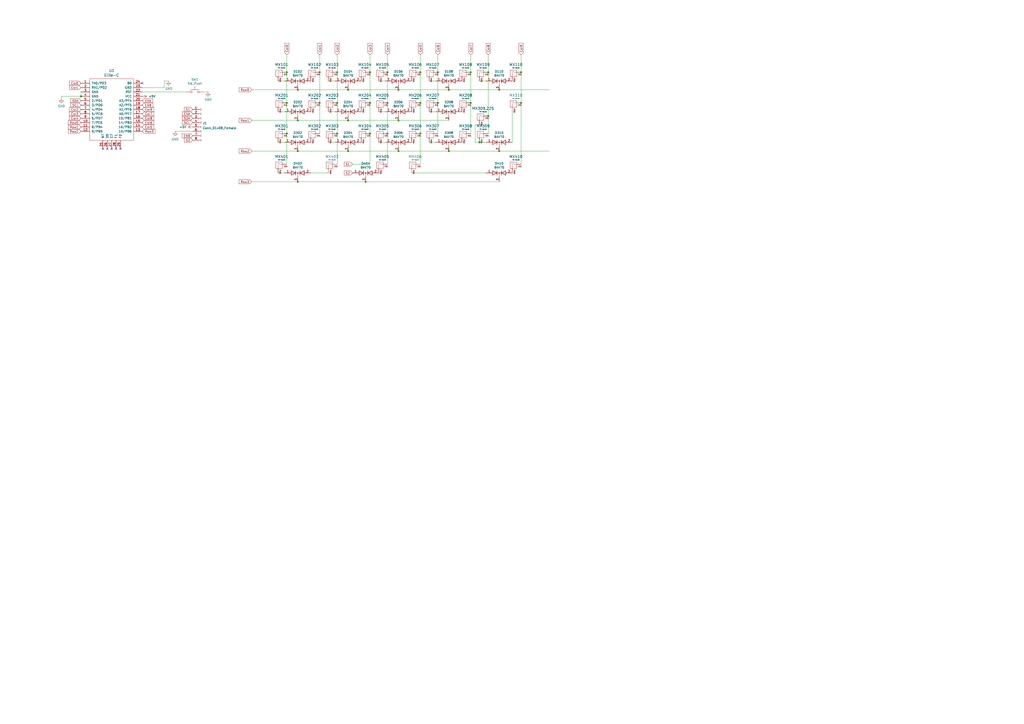
<source format=kicad_sch>
(kicad_sch (version 20211123) (generator eeschema)
  (paper "A2")
  (title_block (title "Sketchy Sketchy PCB") (date "2022-02-04") (rev "1") (company "dcpedit"))
  (lib_symbols
    (symbol "Connector:Conn_01x08_Female" (pin_names (offset 1.016) hide)
      (property "Reference" "J" (at 0 10.16 0))
      (property "Value" "Conn_01x08_Female" (at 0 -12.7 0))
      (symbol "Conn_01x08_Female_1_1"
        (arc (start 0 -9.652) (mid -0.508 -10.16) (end 0 -10.668) (stroke (width 0.1524)))
        (arc (start 0 -7.112) (mid -0.508 -7.62) (end 0 -8.128) (stroke (width 0.1524)))
        (arc (start 0 -4.572) (mid -0.508 -5.08) (end 0 -5.588) (stroke (width 0.1524)))
        (arc (start 0 -2.032) (mid -0.508 -2.54) (end 0 -3.048) (stroke (width 0.1524)))
        (polyline (pts (xy -1.27 -10.16) (xy -0.508 -10.16)) (stroke (width 0.1524)))
        (polyline (pts (xy -1.27 -7.62) (xy -0.508 -7.62)) (stroke (width 0.1524)))
        (polyline (pts (xy -1.27 -5.08) (xy -0.508 -5.08)) (stroke (width 0.1524)))
        (polyline (pts (xy -1.27 -2.54) (xy -0.508 -2.54)) (stroke (width 0.1524)))
        (polyline (pts (xy -1.27 0) (xy -0.508 0)) (stroke (width 0.1524)))
        (polyline (pts (xy -1.27 2.54) (xy -0.508 2.54)) (stroke (width 0.1524)))
        (polyline (pts (xy -1.27 5.08) (xy -0.508 5.08)) (stroke (width 0.1524)))
        (polyline (pts (xy -1.27 7.62) (xy -0.508 7.62)) (stroke (width 0.1524)))
        (arc (start 0 0.508) (mid -0.508 0) (end 0 -0.508) (stroke (width 0.1524)))
        (arc (start 0 3.048) (mid -0.508 2.54) (end 0 2.032) (stroke (width 0.1524)))
        (arc (start 0 5.588) (mid -0.508 5.08) (end 0 4.572) (stroke (width 0.1524)))
        (arc (start 0 8.128) (mid -0.508 7.62) (end 0 7.112) (stroke (width 0.1524)))
        (pin passive line (at -5.08 7.62 0) (length 3.81) (name "Pin_1") (number "1"))
        (pin passive line (at -5.08 5.08 0) (length 3.81) (name "Pin_2") (number "2"))
        (pin passive line (at -5.08 2.54 0) (length 3.81) (name "Pin_3") (number "3"))
        (pin passive line (at -5.08 0 0) (length 3.81) (name "Pin_4") (number "4"))
        (pin passive line (at -5.08 -2.54 0) (length 3.81) (name "Pin_5") (number "5"))
        (pin passive line (at -5.08 -5.08 0) (length 3.81) (name "Pin_6") (number "6"))
        (pin passive line (at -5.08 -7.62 0) (length 3.81) (name "Pin_7") (number "7"))
        (pin passive line (at -5.08 -10.16 0) (length 3.81) (name "Pin_8") (number "8"))
      )
    )
    (symbol "Diode:BAV70" (pin_names (offset 0.762) hide)
      (property "Reference" "D" (at 0.635 -2.54 0))
      (property "Value" "BAV70" (at 0 2.54 0))
      (symbol "BAV70_0_1"
        (polyline (pts (xy -3.81 0) (xy 3.81 0)))
        (polyline (pts (xy 0 0) (xy 0 -2.54)))
        (polyline (pts (xy -1.27 -1.27) (xy -1.27 1.27) (xy -1.27 1.27)) (stroke (width 0.254)))
        (polyline (pts (xy 1.27 -1.27) (xy 1.27 1.27) (xy 1.27 1.27)) (stroke (width 0.254)))
        (polyline (pts (xy -3.81 1.27) (xy -1.27 0) (xy -3.81 -1.27) (xy -3.81 1.27) (xy -3.81 1.27) (xy -3.81 1.27)) (stroke (width 0.254)))
        (polyline (pts (xy 3.81 -1.27) (xy 1.27 0) (xy 3.81 1.27) (xy 3.81 -1.27) (xy 3.81 -1.27) (xy 3.81 -1.27)) (stroke (width 0.254)))
        (circle (center 0 0) (radius 0.254) (fill (type outline)))
        (pin passive line (at -7.62 0 0) (length 3.81) (name "A") (number "1"))
        (pin passive line (at 7.62 0 180) (length 3.81) (name "A") (number "2"))
        (pin passive line (at 0 -5.08 90) (length 2.54) (name "K") (number "3"))
      )
    )
    (symbol "Switch:SW_Push" (pin_numbers hide) (pin_names (offset 1.016) hide)
      (property "Reference" "SW" (at 1.27 2.54 0))
      (property "Value" "SW_Push" (at 0 -1.524 0))
      (symbol "SW_Push_0_1"
        (circle (center -2.032 0) (radius 0.508))
        (polyline (pts (xy 0 1.27) (xy 0 3.048)))
        (polyline (pts (xy 2.54 1.27) (xy -2.54 1.27)))
        (circle (center 2.032 0) (radius 0.508))
        (pin passive line (at -5.08 0 0) (length 2.54) (name "1") (number "1"))
        (pin passive line (at 5.08 0 180) (length 2.54) (name "2") (number "2"))
      )
    )
    (symbol "power:+5V" (power) (pin_names (offset 0))
      (property "Value" "+5V" (at 0 3.556 0))
      (symbol "+5V_0_1"
        (polyline (pts (xy -0.762 1.27) (xy 0 2.54)))
        (polyline (pts (xy 0 0) (xy 0 2.54)))
        (polyline (pts (xy 0 2.54) (xy 0.762 1.27)))
      )
      (symbol "+5V_1_1"
        (pin power_in line (at 0 0 90) (length 0) hide (name "+5V") (number "1"))
      )
    )
    (symbol "power:GND" (power) (pin_names (offset 0))
      (property "Value" "GND" (at 0 -3.81 0))
      (symbol "GND_0_1"
        (polyline (pts (xy 0 0) (xy 0 -1.27) (xy 1.27 -1.27) (xy 0 -2.54) (xy -1.27 -1.27) (xy 0 -1.27)))
      )
      (symbol "GND_1_1"
        (pin power_in line (at 0 0 270) (length 0) hide (name "GND") (number "1"))
      )
    )
    (symbol "sketchy-rescue:Elite-C-keebio-sketchy-rescue" (pin_names (offset 1.016))
      (property "Reference" "U" (at 0 0 0))
      (property "Value" "Elite-C-keebio-sketchy-rescue" (at 0 2.54 0))
      (symbol "Elite-C-keebio-sketchy-rescue_0_1"
        (rectangle (start 12.7 -19.05) (end -12.7 16.51))
      )
      (symbol "Elite-C-keebio-sketchy-rescue_1_1"
        (pin input line (at -17.78 13.97 0) (length 5.08) (name "TX0/PD3") (number "1"))
        (pin input line (at -17.78 -8.89 0) (length 5.08) (name "7/PE6") (number "10"))
        (pin input line (at -17.78 -11.43 0) (length 5.08) (name "8/PB4") (number "11"))
        (pin input line (at -17.78 -13.97 0) (length 5.08) (name "9/PB5") (number "12"))
        (pin input line (at 17.78 -13.97 180) (length 5.08) (name "10/PB6") (number "13"))
        (pin input line (at 17.78 -11.43 180) (length 5.08) (name "16/PB2") (number "14"))
        (pin input line (at 17.78 -8.89 180) (length 5.08) (name "14/PB3") (number "15"))
        (pin input line (at 17.78 -6.35 180) (length 5.08) (name "15/PB1") (number "16"))
        (pin input line (at 17.78 -3.81 180) (length 5.08) (name "A0/PF7") (number "17"))
        (pin input line (at 17.78 -1.27 180) (length 5.08) (name "A1/PF6") (number "18"))
        (pin input line (at 17.78 1.27 180) (length 5.08) (name "A2/PF5") (number "19"))
        (pin input line (at -17.78 11.43 0) (length 5.08) (name "RX1/PD2") (number "2"))
        (pin input line (at 17.78 3.81 180) (length 5.08) (name "A3/PF4") (number "20"))
        (pin input line (at 17.78 6.35 180) (length 5.08) (name "VCC") (number "21"))
        (pin input line (at 17.78 8.89 180) (length 5.08) (name "RST") (number "22"))
        (pin input line (at 17.78 11.43 180) (length 5.08) (name "GND") (number "23"))
        (pin input line (at 17.78 13.97 180) (length 5.08) (name "B0") (number "24"))
        (pin input line (at -5.08 -24.13 90) (length 5.08) (name "B7") (number "25"))
        (pin input line (at -2.54 -24.13 90) (length 5.08) (name "D5") (number "26"))
        (pin input line (at 0 -24.13 90) (length 5.08) (name "C7") (number "27"))
        (pin input line (at 2.54 -24.13 90) (length 5.08) (name "F1") (number "28"))
        (pin input line (at 5.08 -24.13 90) (length 5.08) (name "F0") (number "29"))
        (pin input line (at -17.78 8.89 0) (length 5.08) (name "GND") (number "3"))
        (pin input line (at -17.78 6.35 0) (length 5.08) (name "GND") (number "4"))
        (pin input line (at -17.78 3.81 0) (length 5.08) (name "2/PD1") (number "5"))
        (pin input line (at -17.78 1.27 0) (length 5.08) (name "3/PD0") (number "6"))
        (pin input line (at -17.78 -1.27 0) (length 5.08) (name "4/PD4") (number "7"))
        (pin input line (at -17.78 -3.81 0) (length 5.08) (name "5/PC6") (number "8"))
        (pin input line (at -17.78 -6.35 0) (length 5.08) (name "6/PD7") (number "9"))
      )
    )
    (symbol "sketchy-rescue:MX-NoLED-MX_Alps_Hybrid-sketchy-rescue" (pin_names (offset 1.016))
      (property "Reference" "MX" (at -0.635 3.81 0))
      (property "Value" "MX-NoLED-MX_Alps_Hybrid-sketchy-rescue" (at -0.635 1.27 0))
      (symbol "MX-NoLED-MX_Alps_Hybrid-sketchy-rescue_0_0"
        (rectangle (start -2.54 2.54) (end 1.27 -1.27))
        (polyline (pts (xy -1.27 -1.27) (xy -1.27 1.27)) (stroke (width 0.127)))
        (polyline (pts (xy 1.27 1.27) (xy 0 1.27) (xy -1.27 1.905)) (stroke (width 0.127)))
        (text "COL" (at 3.175 0 0) (effects (font (size 0.762 0.762))))
        (text "ROW" (at 0 -1.905 900) (effects (font (size 0.762 0.762)) (justify right)))
      )
      (symbol "MX-NoLED-MX_Alps_Hybrid-sketchy-rescue_1_1"
        (pin passive line (at 3.81 1.27 180) (length 2.54) (name "COL") (number "1"))
        (pin passive line (at -1.27 -3.81 90) (length 2.54) (name "ROW") (number "2"))
      )
    )
  )
  (junction (at 172.72 87.63))
  (junction (at 231.14 52.07))
  (junction (at 224.79 59.69))
  (junction (at 166.37 77.47))
  (junction (at 195.58 59.69))
  (junction (at 212.09 105.41))
  (junction (at 243.84 59.69))
  (junction (at 46.99 55.88))
  (junction (at 201.93 69.85))
  (junction (at 224.79 77.47))
  (junction (at 214.63 77.47))
  (junction (at 166.37 41.91))
  (junction (at 166.37 59.69))
  (junction (at 283.21 67.31))
  (junction (at 195.58 41.91))
  (junction (at 273.05 41.91))
  (junction (at 260.35 87.63))
  (junction (at 195.58 77.47))
  (junction (at 243.84 41.91))
  (junction (at 254 59.69))
  (junction (at 289.56 87.63))
  (junction (at 283.21 41.91))
  (junction (at 185.42 59.69))
  (junction (at 273.05 59.69))
  (junction (at 231.14 69.85))
  (junction (at 243.84 77.47))
  (junction (at 302.26 59.69))
  (junction (at 185.42 41.91))
  (junction (at 172.72 105.41))
  (junction (at 302.26 41.91))
  (junction (at 214.63 59.69))
  (junction (at 224.79 41.91))
  (junction (at 260.35 52.07))
  (junction (at 172.72 69.85))
  (junction (at 201.93 52.07))
  (junction (at 289.56 52.07))
  (junction (at 278.13 82.55))
  (junction (at 172.72 52.07))
  (junction (at 231.14 87.63))
  (junction (at 201.93 87.63))
  (junction (at 254 41.91))
  (junction (at 214.63 41.91))
  (no_connect (at 82.55 48.26))
  (no_connect (at 59.69 86.36))
  (no_connect (at 62.23 86.36))
  (no_connect (at 64.77 86.36))
  (no_connect (at 67.31 86.36))
  (no_connect (at 69.85 86.36))
  (wire (pts (xy 224.79 41.91) (xy 224.79 31.75)))
  (wire (pts (xy 161.29 64.77) (xy 165.1 64.77)))
  (wire (pts (xy 302.26 41.91) (xy 302.26 31.75)))
  (wire (pts (xy 243.84 95.25) (xy 243.84 77.47)))
  (wire (pts (xy 214.63 95.25) (xy 214.63 77.47)))
  (wire (pts (xy 35.56 55.88) (xy 35.56 57.15)))
  (wire (pts (xy 260.35 69.85) (xy 231.14 69.85)))
  (wire (pts (xy 214.63 59.69) (xy 214.63 41.91)))
  (wire (pts (xy 166.37 59.69) (xy 166.37 77.47)))
  (wire (pts (xy 254 41.91) (xy 254 31.75)))
  (wire (pts (xy 172.72 52.07) (xy 146.05 52.07)))
  (wire (pts (xy 231.14 69.85) (xy 201.93 69.85)))
  (wire (pts (xy 118.11 53.34) (xy 120.65 53.34)))
  (wire (pts (xy 201.93 52.07) (xy 172.72 52.07)))
  (wire (pts (xy 283.21 67.31) (xy 283.21 77.47)))
  (wire (pts (xy 185.42 41.91) (xy 185.42 31.75)))
  (wire (pts (xy 201.93 69.85) (xy 172.72 69.85)))
  (wire (pts (xy 190.5 46.99) (xy 194.31 46.99)))
  (wire (pts (xy 95.25 46.99) (xy 95.25 50.8)))
  (wire (pts (xy 273.05 77.47) (xy 273.05 59.69)))
  (wire (pts (xy 289.56 87.63) (xy 260.35 87.63)))
  (wire (pts (xy 273.05 59.69) (xy 273.05 41.91)))
  (wire (pts (xy 161.29 100.33) (xy 165.1 100.33)))
  (wire (pts (xy 180.34 100.33) (xy 190.5 100.33)))
  (wire (pts (xy 243.84 77.47) (xy 243.84 59.69)))
  (wire (pts (xy 278.13 82.55) (xy 275.59 82.55)))
  (wire (pts (xy 260.35 52.07) (xy 231.14 52.07)))
  (wire (pts (xy 231.14 87.63) (xy 201.93 87.63)))
  (wire (pts (xy 289.56 52.07) (xy 260.35 52.07)))
  (wire (pts (xy 190.5 82.55) (xy 194.31 82.55)))
  (wire (pts (xy 248.92 64.77) (xy 252.73 64.77)))
  (wire (pts (xy 219.71 64.77) (xy 223.52 64.77)))
  (wire (pts (xy 101.6 76.2) (xy 111.76 76.2)))
  (wire (pts (xy 278.13 82.55) (xy 281.94 82.55)))
  (wire (pts (xy 283.21 41.91) (xy 283.21 67.31)))
  (wire (pts (xy 318.77 87.63) (xy 289.56 87.63)))
  (wire (pts (xy 318.77 52.07) (xy 289.56 52.07)))
  (wire (pts (xy 201.93 87.63) (xy 172.72 87.63)))
  (wire (pts (xy 161.29 82.55) (xy 165.1 82.55)))
  (wire (pts (xy 243.84 59.69) (xy 243.84 41.91)))
  (wire (pts (xy 172.72 87.63) (xy 146.05 87.63)))
  (wire (pts (xy 97.79 46.99) (xy 95.25 46.99)))
  (wire (pts (xy 172.72 105.41) (xy 146.05 105.41)))
  (wire (pts (xy 275.59 82.55) (xy 275.59 72.39)))
  (wire (pts (xy 161.29 46.99) (xy 165.1 46.99)))
  (wire (pts (xy 238.76 100.33) (xy 281.94 100.33)))
  (wire (pts (xy 185.42 77.47) (xy 185.42 59.69)))
  (wire (pts (xy 283.21 41.91) (xy 283.21 31.75)))
  (wire (pts (xy 204.47 95.25) (xy 214.63 95.25)))
  (wire (pts (xy 195.58 77.47) (xy 195.58 59.69)))
  (wire (pts (xy 254 59.69) (xy 254 41.91)))
  (wire (pts (xy 243.84 41.91) (xy 243.84 31.75)))
  (wire (pts (xy 190.5 64.77) (xy 194.31 64.77)))
  (wire (pts (xy 254 77.47) (xy 254 59.69)))
  (wire (pts (xy 278.13 46.99) (xy 281.94 46.99)))
  (wire (pts (xy 166.37 41.91) (xy 166.37 31.75)))
  (wire (pts (xy 248.92 82.55) (xy 252.73 82.55)))
  (wire (pts (xy 172.72 105.41) (xy 212.09 105.41)))
  (wire (pts (xy 275.59 72.39) (xy 278.13 72.39)))
  (wire (pts (xy 260.35 87.63) (xy 231.14 87.63)))
  (wire (pts (xy 82.55 50.8) (xy 95.25 50.8)))
  (wire (pts (xy 214.63 41.91) (xy 214.63 31.75)))
  (wire (pts (xy 214.63 77.47) (xy 214.63 59.69)))
  (wire (pts (xy 46.99 53.34) (xy 46.99 55.88)))
  (wire (pts (xy 273.05 41.91) (xy 273.05 31.75)))
  (wire (pts (xy 248.92 46.99) (xy 252.73 46.99)))
  (wire (pts (xy 166.37 77.47) (xy 166.37 95.25)))
  (wire (pts (xy 231.14 52.07) (xy 201.93 52.07)))
  (wire (pts (xy 212.09 105.41) (xy 289.56 105.41)))
  (wire (pts (xy 166.37 59.69) (xy 166.37 41.91)))
  (wire (pts (xy 297.18 64.77) (xy 297.18 82.55)))
  (wire (pts (xy 195.58 95.25) (xy 195.58 77.47)))
  (wire (pts (xy 302.26 59.69) (xy 302.26 95.25)))
  (wire (pts (xy 195.58 59.69) (xy 195.58 41.91)))
  (wire (pts (xy 302.26 41.91) (xy 302.26 59.69)))
  (wire (pts (xy 224.79 59.69) (xy 224.79 41.91)))
  (wire (pts (xy 35.56 55.88) (xy 46.99 55.88)))
  (wire (pts (xy 82.55 53.34) (xy 107.95 53.34)))
  (wire (pts (xy 224.79 77.47) (xy 224.79 59.69)))
  (wire (pts (xy 219.71 46.99) (xy 223.52 46.99)))
  (wire (pts (xy 224.79 95.25) (xy 224.79 77.47)))
  (wire (pts (xy 219.71 82.55) (xy 223.52 82.55)))
  (wire (pts (xy 195.58 41.91) (xy 195.58 31.75)))
  (wire (pts (xy 185.42 59.69) (xy 185.42 41.91)))
  (wire (pts (xy 172.72 69.85) (xy 146.05 69.85)))
  (global_label "Col8" (shape input) (at 82.55 68.58 0) (property "Intersheet References" "${INTERSHEET_REFS}" (effects hide)))
  (global_label "Col7" (shape input) (at 273.05 31.75 90) (property "Intersheet References" "${INTERSHEET_REFS}" (effects hide)))
  (global_label "Col6" (shape input) (at 254 31.75 90) (property "Intersheet References" "${INTERSHEET_REFS}" (effects hide)))
  (global_label "ENA" (shape input) (at 82.55 58.42 0) (property "Intersheet References" "${INTERSHEET_REFS}" (effects hide)))
  (global_label "Col3" (shape input) (at 46.99 66.04 180) (property "Intersheet References" "${INTERSHEET_REFS}" (effects hide)))
  (global_label "Col4" (shape input) (at 224.79 31.75 90) (property "Intersheet References" "${INTERSHEET_REFS}" (effects hide)))
  (global_label "Col4" (shape input) (at 46.99 68.58 180) (property "Intersheet References" "${INTERSHEET_REFS}" (effects hide)))
  (global_label "Row3" (shape input) (at 146.05 105.41 180) (property "Intersheet References" "${INTERSHEET_REFS}" (effects hide)))
  (global_label "ENB" (shape input) (at 82.55 60.96 0) (property "Intersheet References" "${INTERSHEET_REFS}" (effects hide)))
  (global_label "Col0" (shape input) (at 46.99 48.26 180) (property "Intersheet References" "${INTERSHEET_REFS}" (effects hide)))
  (global_label "SDA" (shape input) (at 111.76 68.58 180) (property "Intersheet References" "${INTERSHEET_REFS}" (effects hide)))
  (global_label "Col2" (shape input) (at 195.58 31.75 90) (property "Intersheet References" "${INTERSHEET_REFS}" (effects hide)))
  (global_label "S1" (shape input) (at 111.76 63.5 180) (property "Intersheet References" "${INTERSHEET_REFS}" (effects hide)))
  (global_label "SCL" (shape input) (at 111.76 71.12 180) (property "Intersheet References" "${INTERSHEET_REFS}" (effects hide)))
  (global_label "Row1" (shape input) (at 146.05 69.85 180) (property "Intersheet References" "${INTERSHEET_REFS}" (effects hide)))
  (global_label "Col5" (shape input) (at 243.84 31.75 90) (property "Intersheet References" "${INTERSHEET_REFS}" (effects hide)))
  (global_label "Row1" (shape input) (at 46.99 73.66 180) (property "Intersheet References" "${INTERSHEET_REFS}" (effects hide)))
  (global_label "SDA" (shape input) (at 46.99 58.42 180) (property "Intersheet References" "${INTERSHEET_REFS}" (effects hide)))
  (global_label "Row3" (shape input) (at 82.55 76.2 0) (property "Intersheet References" "${INTERSHEET_REFS}" (effects hide)))
  (global_label "Row0" (shape input) (at 146.05 52.07 180) (property "Intersheet References" "${INTERSHEET_REFS}" (effects hide)))
  (global_label "Col5" (shape input) (at 82.55 73.66 0) (property "Intersheet References" "${INTERSHEET_REFS}" (effects hide)))
  (global_label "Col0" (shape input) (at 166.37 31.75 90) (property "Intersheet References" "${INTERSHEET_REFS}" (effects hide)))
  (global_label "Col6" (shape input) (at 82.55 71.12 0) (property "Intersheet References" "${INTERSHEET_REFS}" (effects hide)))
  (global_label "S2" (shape input) (at 111.76 81.28 180) (property "Intersheet References" "${INTERSHEET_REFS}" (effects hide)))
  (global_label "SCL" (shape input) (at 46.99 60.96 180) (property "Intersheet References" "${INTERSHEET_REFS}" (effects hide)))
  (global_label "Col9" (shape input) (at 82.55 63.5 0) (property "Intersheet References" "${INTERSHEET_REFS}" (effects hide)))
  (global_label "Col1" (shape input) (at 185.42 31.75 90) (property "Intersheet References" "${INTERSHEET_REFS}" (effects hide)))
  (global_label "S1" (shape input) (at 204.47 95.25 180) (property "Intersheet References" "${INTERSHEET_REFS}" (effects hide)))
  (global_label "Col9" (shape input) (at 302.26 31.75 90) (property "Intersheet References" "${INTERSHEET_REFS}" (effects hide)))
  (global_label "Col7" (shape input) (at 82.55 66.04 0) (property "Intersheet References" "${INTERSHEET_REFS}" (effects hide)))
  (global_label "Row2" (shape input) (at 146.05 87.63 180) (property "Intersheet References" "${INTERSHEET_REFS}" (effects hide)))
  (global_label "Row2" (shape input) (at 46.99 76.2 180) (property "Intersheet References" "${INTERSHEET_REFS}" (effects hide)))
  (global_label "S2" (shape input) (at 204.47 100.33 180) (property "Intersheet References" "${INTERSHEET_REFS}" (effects hide)))
  (global_label "Col1" (shape input) (at 46.99 50.8 180) (property "Intersheet References" "${INTERSHEET_REFS}" (effects hide)))
  (global_label "Col2" (shape input) (at 46.99 63.5 180) (property "Intersheet References" "${INTERSHEET_REFS}" (effects hide)))
  (global_label "ENA" (shape input) (at 111.76 66.04 180) (property "Intersheet References" "${INTERSHEET_REFS}" (effects hide)))
  (global_label "ENB" (shape input) (at 111.76 78.74 180) (property "Intersheet References" "${INTERSHEET_REFS}" (effects hide)))
  (global_label "Row0" (shape input) (at 46.99 71.12 180) (property "Intersheet References" "${INTERSHEET_REFS}" (effects hide)))
  (global_label "Col8" (shape input) (at 283.21 31.75 90) (property "Intersheet References" "${INTERSHEET_REFS}" (effects hide)))
  (global_label "Col3" (shape input) (at 214.63 31.75 90) (property "Intersheet References" "${INTERSHEET_REFS}" (effects hide)))
  (symbol (lib_id "sketchy-rescue:Elite-C-keebio-sketchy-rescue") (at 64.77 62.23 0) (unit 1)
    (property "Reference" "U1" (at 64.77 40.9702 0) (effects (font (size 1.524 1.524))))
    (property "Value" "Elite-C" (at 64.77 43.6626 0) (effects (font (size 1.524 1.524))))
    (property "Footprint" "Keebio-Parts:Elite-C" (effects hide))
  )
  (symbol (lib_id "power:GND") (at 97.79 46.99 0) (unit 1)
    (property "Reference" "#PWR0101" (effects hide))
    (property "Value" "GND" (at 97.917 51.3842 0))
  )
  (symbol (lib_id "power:GND") (at 120.65 53.34 0) (unit 1)
    (property "Reference" "#PWR0102" (effects hide))
    (property "Value" "GND" (at 120.777 57.7342 0))
  )
  (symbol (lib_id "Switch:SW_Push") (at 113.03 53.34 0) (unit 1)
    (property "Reference" "SW1" (at 113.03 46.101 0))
    (property "Value" "SW_Push" (at 113.03 48.4124 0))
    (property "Footprint" "Keebio-Parts:SW_Tactile_SPST_Angled_MJTP1117" (effects hide))
  )
  (symbol (lib_id "sketchy-rescue:MX-NoLED-MX_Alps_Hybrid-sketchy-rescue") (at 191.77 43.18 0) (unit 1)
    (property "Reference" "MX103" (at 192.6082 37.5158 0) (effects (font (size 1.524 1.524))))
    (property "Value" "MX-NoLED" (at 192.6082 39.3954 0) (effects (font (size 0.508 0.508))))
    (property "Footprint" "MX_Only:MXOnly-1U-Hotswap" (effects hide))
  )
  (symbol (lib_id "Diode:BAV70") (at 172.72 46.99 0) (unit 1)
    (property "Reference" "D102" (at 172.72 41.4782 0))
    (property "Value" "BAV70" (at 172.72 43.7896 0))
    (property "Footprint" "Keebio-Parts:SOT-23_Handsoldering" (effects hide))
    (property "Datasheet" "https://assets.nexperia.com/documents/data-sheet/BAV70_SER.pdf" (effects hide))
  )
  (symbol (lib_id "sketchy-rescue:MX-NoLED-MX_Alps_Hybrid-sketchy-rescue") (at 210.82 43.18 0) (unit 1)
    (property "Reference" "MX104" (at 211.6582 37.5158 0) (effects (font (size 1.524 1.524))))
    (property "Value" "MX-NoLED" (at 211.6582 39.3954 0) (effects (font (size 0.508 0.508))))
    (property "Footprint" "MX_Only:MXOnly-1U-Hotswap" (effects hide))
  )
  (symbol (lib_id "Diode:BAV70") (at 201.93 46.99 0) (unit 1)
    (property "Reference" "D104" (at 201.93 41.4782 0))
    (property "Value" "BAV70" (at 201.93 43.7896 0))
    (property "Footprint" "Keebio-Parts:SOT-23_Handsoldering" (effects hide))
    (property "Datasheet" "https://assets.nexperia.com/documents/data-sheet/BAV70_SER.pdf" (effects hide))
  )
  (symbol (lib_id "sketchy-rescue:MX-NoLED-MX_Alps_Hybrid-sketchy-rescue") (at 220.98 43.18 0) (unit 1)
    (property "Reference" "MX105" (at 221.8182 37.5158 0) (effects (font (size 1.524 1.524))))
    (property "Value" "MX-NoLED" (at 221.8182 39.3954 0) (effects (font (size 0.508 0.508))))
    (property "Footprint" "MX_Only:MXOnly-1U-Hotswap" (effects hide))
  )
  (symbol (lib_id "sketchy-rescue:MX-NoLED-MX_Alps_Hybrid-sketchy-rescue") (at 240.03 43.18 0) (unit 1)
    (property "Reference" "MX106" (at 240.8682 37.5158 0) (effects (font (size 1.524 1.524))))
    (property "Value" "MX-NoLED" (at 240.8682 39.3954 0) (effects (font (size 0.508 0.508))))
    (property "Footprint" "MX_Only:MXOnly-1U-Hotswap" (effects hide))
  )
  (symbol (lib_id "sketchy-rescue:MX-NoLED-MX_Alps_Hybrid-sketchy-rescue") (at 250.19 43.18 0) (unit 1)
    (property "Reference" "MX107" (at 251.0282 37.5158 0) (effects (font (size 1.524 1.524))))
    (property "Value" "MX-NoLED" (at 251.0282 39.3954 0) (effects (font (size 0.508 0.508))))
    (property "Footprint" "MX_Only:MXOnly-1U-Hotswap" (effects hide))
  )
  (symbol (lib_id "Diode:BAV70") (at 231.14 46.99 0) (unit 1)
    (property "Reference" "D106" (at 231.14 41.4782 0))
    (property "Value" "BAV70" (at 231.14 43.7896 0))
    (property "Footprint" "Keebio-Parts:SOT-23_Handsoldering" (effects hide))
    (property "Datasheet" "https://assets.nexperia.com/documents/data-sheet/BAV70_SER.pdf" (effects hide))
  )
  (symbol (lib_id "Diode:BAV70") (at 260.35 46.99 0) (unit 1)
    (property "Reference" "D108" (at 260.35 41.4782 0))
    (property "Value" "BAV70" (at 260.35 43.7896 0))
    (property "Footprint" "Keebio-Parts:SOT-23_Handsoldering" (effects hide))
    (property "Datasheet" "https://assets.nexperia.com/documents/data-sheet/BAV70_SER.pdf" (effects hide))
  )
  (symbol (lib_id "sketchy-rescue:MX-NoLED-MX_Alps_Hybrid-sketchy-rescue") (at 269.24 43.18 0) (unit 1)
    (property "Reference" "MX108" (at 270.0782 37.5158 0) (effects (font (size 1.524 1.524))))
    (property "Value" "MX-NoLED" (at 270.0782 39.3954 0) (effects (font (size 0.508 0.508))))
    (property "Footprint" "MX_Only:MXOnly-1U-Hotswap" (effects hide))
  )
  (symbol (lib_id "sketchy-rescue:MX-NoLED-MX_Alps_Hybrid-sketchy-rescue") (at 279.4 43.18 0) (unit 1)
    (property "Reference" "MX109" (at 280.2382 37.5158 0) (effects (font (size 1.524 1.524))))
    (property "Value" "MX-NoLED" (at 280.2382 39.3954 0) (effects (font (size 0.508 0.508))))
    (property "Footprint" "MX_Only:MXOnly-1U-Hotswap" (effects hide))
  )
  (symbol (lib_id "sketchy-rescue:MX-NoLED-MX_Alps_Hybrid-sketchy-rescue") (at 298.45 43.18 0) (unit 1)
    (property "Reference" "MX110" (at 299.2882 37.5158 0) (effects (font (size 1.524 1.524))))
    (property "Value" "MX-NoLED" (at 299.2882 39.3954 0) (effects (font (size 0.508 0.508))))
    (property "Footprint" "MX_Only:MXOnly-1U-Hotswap" (effects hide))
  )
  (symbol (lib_id "Diode:BAV70") (at 289.56 46.99 0) (unit 1)
    (property "Reference" "D110" (at 289.56 41.4782 0))
    (property "Value" "BAV70" (at 289.56 43.7896 0))
    (property "Footprint" "Keebio-Parts:SOT-23_Handsoldering" (effects hide))
    (property "Datasheet" "https://assets.nexperia.com/documents/data-sheet/BAV70_SER.pdf" (effects hide))
  )
  (symbol (lib_id "sketchy-rescue:MX-NoLED-MX_Alps_Hybrid-sketchy-rescue") (at 181.61 43.18 0) (unit 1)
    (property "Reference" "MX102" (at 182.4482 37.5158 0) (effects (font (size 1.524 1.524))))
    (property "Value" "MX-NoLED" (at 182.4482 39.3954 0) (effects (font (size 0.508 0.508))))
    (property "Footprint" "MX_Only:MXOnly-1U-Hotswap" (effects hide))
  )
  (symbol (lib_id "sketchy-rescue:MX-NoLED-MX_Alps_Hybrid-sketchy-rescue") (at 162.56 43.18 0) (unit 1)
    (property "Reference" "MX101" (at 163.3982 37.5158 0) (effects (font (size 1.524 1.524))))
    (property "Value" "MX-NoLED" (at 163.3982 39.3954 0) (effects (font (size 0.508 0.508))))
    (property "Footprint" "MX_Only:MXOnly-1U-Hotswap" (effects hide))
  )
  (symbol (lib_id "power:GND") (at 35.56 57.15 0) (unit 1)
    (property "Reference" "#PWR0103" (effects hide))
    (property "Value" "GND" (at 35.687 61.5442 0))
  )
  (symbol (lib_id "sketchy-rescue:MX-NoLED-MX_Alps_Hybrid-sketchy-rescue") (at 191.77 60.96 0) (unit 1)
    (property "Reference" "MX203" (at 192.6082 55.2958 0) (effects (font (size 1.524 1.524))))
    (property "Value" "MX-NoLED" (at 192.6082 57.1754 0) (effects (font (size 0.508 0.508))))
    (property "Footprint" "MX_Only:MXOnly-1U-Hotswap" (effects hide))
  )
  (symbol (lib_id "Diode:BAV70") (at 172.72 64.77 0) (unit 1)
    (property "Reference" "D202" (at 172.72 59.2582 0))
    (property "Value" "BAV70" (at 172.72 61.5696 0))
    (property "Footprint" "Keebio-Parts:SOT-23_Handsoldering" (effects hide))
    (property "Datasheet" "https://assets.nexperia.com/documents/data-sheet/BAV70_SER.pdf" (effects hide))
  )
  (symbol (lib_id "sketchy-rescue:MX-NoLED-MX_Alps_Hybrid-sketchy-rescue") (at 210.82 60.96 0) (unit 1)
    (property "Reference" "MX204" (at 211.6582 55.2958 0) (effects (font (size 1.524 1.524))))
    (property "Value" "MX-NoLED" (at 211.6582 57.1754 0) (effects (font (size 0.508 0.508))))
    (property "Footprint" "MX_Only:MXOnly-1U-Hotswap" (effects hide))
  )
  (symbol (lib_id "Diode:BAV70") (at 201.93 64.77 0) (unit 1)
    (property "Reference" "D204" (at 201.93 59.2582 0))
    (property "Value" "BAV70" (at 201.93 61.5696 0))
    (property "Footprint" "Keebio-Parts:SOT-23_Handsoldering" (effects hide))
    (property "Datasheet" "https://assets.nexperia.com/documents/data-sheet/BAV70_SER.pdf" (effects hide))
  )
  (symbol (lib_id "sketchy-rescue:MX-NoLED-MX_Alps_Hybrid-sketchy-rescue") (at 220.98 60.96 0) (unit 1)
    (property "Reference" "MX205" (at 221.8182 55.2958 0) (effects (font (size 1.524 1.524))))
    (property "Value" "MX-NoLED" (at 221.8182 57.1754 0) (effects (font (size 0.508 0.508))))
    (property "Footprint" "MX_Only:MXOnly-1U-Hotswap" (effects hide))
  )
  (symbol (lib_id "sketchy-rescue:MX-NoLED-MX_Alps_Hybrid-sketchy-rescue") (at 240.03 60.96 0) (unit 1)
    (property "Reference" "MX206" (at 240.8682 55.2958 0) (effects (font (size 1.524 1.524))))
    (property "Value" "MX-NoLED" (at 240.8682 57.1754 0) (effects (font (size 0.508 0.508))))
    (property "Footprint" "MX_Only:MXOnly-1U-Hotswap" (effects hide))
  )
  (symbol (lib_id "sketchy-rescue:MX-NoLED-MX_Alps_Hybrid-sketchy-rescue") (at 250.19 60.96 0) (unit 1)
    (property "Reference" "MX207" (at 251.0282 55.2958 0) (effects (font (size 1.524 1.524))))
    (property "Value" "MX-NoLED" (at 251.0282 57.1754 0) (effects (font (size 0.508 0.508))))
    (property "Footprint" "MX_Only:MXOnly-1U-Hotswap" (effects hide))
  )
  (symbol (lib_id "Diode:BAV70") (at 231.14 64.77 0) (unit 1)
    (property "Reference" "D206" (at 231.14 59.2582 0))
    (property "Value" "BAV70" (at 231.14 61.5696 0))
    (property "Footprint" "Keebio-Parts:SOT-23_Handsoldering" (effects hide))
    (property "Datasheet" "https://assets.nexperia.com/documents/data-sheet/BAV70_SER.pdf" (effects hide))
  )
  (symbol (lib_id "sketchy-rescue:MX-NoLED-MX_Alps_Hybrid-sketchy-rescue") (at 269.24 60.96 0) (unit 1)
    (property "Reference" "MX208" (at 270.0782 55.2958 0) (effects (font (size 1.524 1.524))))
    (property "Value" "MX-NoLED" (at 270.0782 57.1754 0) (effects (font (size 0.508 0.508))))
    (property "Footprint" "MX_Only:MXOnly-1U-Hotswap" (effects hide))
  )
  (symbol (lib_id "sketchy-rescue:MX-NoLED-MX_Alps_Hybrid-sketchy-rescue") (at 181.61 60.96 0) (unit 1)
    (property "Reference" "MX202" (at 182.4482 55.2958 0) (effects (font (size 1.524 1.524))))
    (property "Value" "MX-NoLED" (at 182.4482 57.1754 0) (effects (font (size 0.508 0.508))))
    (property "Footprint" "MX_Only:MXOnly-1U-Hotswap" (effects hide))
  )
  (symbol (lib_id "sketchy-rescue:MX-NoLED-MX_Alps_Hybrid-sketchy-rescue") (at 162.56 60.96 0) (unit 1)
    (property "Reference" "MX201" (at 163.3982 55.2958 0) (effects (font (size 1.524 1.524))))
    (property "Value" "MX-NoLED" (at 163.3982 57.1754 0) (effects (font (size 0.508 0.508))))
    (property "Footprint" "MX_Only:MXOnly-1.5U-Hotswap" (effects hide))
  )
  (symbol (lib_id "Diode:BAV70") (at 260.35 64.77 0) (unit 1)
    (property "Reference" "D208" (at 260.35 59.2582 0))
    (property "Value" "BAV70" (at 260.35 61.5696 0))
    (property "Footprint" "Keebio-Parts:SOT-23_Handsoldering" (effects hide))
    (property "Datasheet" "https://assets.nexperia.com/documents/data-sheet/BAV70_SER.pdf" (effects hide))
  )
  (symbol (lib_id "sketchy-rescue:MX-NoLED-MX_Alps_Hybrid-sketchy-rescue") (at 191.77 78.74 0) (unit 1)
    (property "Reference" "MX303" (at 192.6082 73.0758 0) (effects (font (size 1.524 1.524))))
    (property "Value" "MX-NoLED" (at 192.6082 74.9554 0) (effects (font (size 0.508 0.508))))
    (property "Footprint" "MX_Only:MXOnly-1U-Hotswap" (effects hide))
  )
  (symbol (lib_id "Diode:BAV70") (at 172.72 82.55 0) (unit 1)
    (property "Reference" "D302" (at 172.72 77.0382 0))
    (property "Value" "BAV70" (at 172.72 79.3496 0))
    (property "Footprint" "Keebio-Parts:SOT-23_Handsoldering" (effects hide))
    (property "Datasheet" "https://assets.nexperia.com/documents/data-sheet/BAV70_SER.pdf" (effects hide))
  )
  (symbol (lib_id "sketchy-rescue:MX-NoLED-MX_Alps_Hybrid-sketchy-rescue") (at 210.82 78.74 0) (unit 1)
    (property "Reference" "MX304" (at 211.6582 73.0758 0) (effects (font (size 1.524 1.524))))
    (property "Value" "MX-NoLED" (at 211.6582 74.9554 0) (effects (font (size 0.508 0.508))))
    (property "Footprint" "MX_Only:MXOnly-1U-Hotswap" (effects hide))
  )
  (symbol (lib_id "Diode:BAV70") (at 201.93 82.55 0) (unit 1)
    (property "Reference" "D304" (at 201.93 77.0382 0))
    (property "Value" "BAV70" (at 201.93 79.3496 0))
    (property "Footprint" "Keebio-Parts:SOT-23_Handsoldering" (effects hide))
    (property "Datasheet" "https://assets.nexperia.com/documents/data-sheet/BAV70_SER.pdf" (effects hide))
  )
  (symbol (lib_id "sketchy-rescue:MX-NoLED-MX_Alps_Hybrid-sketchy-rescue") (at 220.98 78.74 0) (unit 1)
    (property "Reference" "MX305" (at 221.8182 73.0758 0) (effects (font (size 1.524 1.524))))
    (property "Value" "MX-NoLED" (at 221.8182 74.9554 0) (effects (font (size 0.508 0.508))))
    (property "Footprint" "MX_Only:MXOnly-1U-Hotswap" (effects hide))
  )
  (symbol (lib_id "sketchy-rescue:MX-NoLED-MX_Alps_Hybrid-sketchy-rescue") (at 240.03 78.74 0) (unit 1)
    (property "Reference" "MX306" (at 240.8682 73.0758 0) (effects (font (size 1.524 1.524))))
    (property "Value" "MX-NoLED" (at 240.8682 74.9554 0) (effects (font (size 0.508 0.508))))
    (property "Footprint" "MX_Only:MXOnly-1U-Hotswap" (effects hide))
  )
  (symbol (lib_id "sketchy-rescue:MX-NoLED-MX_Alps_Hybrid-sketchy-rescue") (at 250.19 78.74 0) (unit 1)
    (property "Reference" "MX307" (at 251.0282 73.0758 0) (effects (font (size 1.524 1.524))))
    (property "Value" "MX-NoLED" (at 251.0282 74.9554 0) (effects (font (size 0.508 0.508))))
    (property "Footprint" "MX_Only:MXOnly-1U-Hotswap" (effects hide))
  )
  (symbol (lib_id "Diode:BAV70") (at 231.14 82.55 0) (unit 1)
    (property "Reference" "D306" (at 231.14 77.0382 0))
    (property "Value" "BAV70" (at 231.14 79.3496 0))
    (property "Footprint" "Keebio-Parts:SOT-23_Handsoldering" (effects hide))
    (property "Datasheet" "https://assets.nexperia.com/documents/data-sheet/BAV70_SER.pdf" (effects hide))
  )
  (symbol (lib_id "sketchy-rescue:MX-NoLED-MX_Alps_Hybrid-sketchy-rescue") (at 269.24 78.74 0) (unit 1)
    (property "Reference" "MX308" (at 270.0782 73.0758 0) (effects (font (size 1.524 1.524))))
    (property "Value" "MX-NoLED" (at 270.0782 74.9554 0) (effects (font (size 0.508 0.508))))
    (property "Footprint" "MX_Only:MXOnly-1U-Hotswap" (effects hide))
  )
  (symbol (lib_id "sketchy-rescue:MX-NoLED-MX_Alps_Hybrid-sketchy-rescue") (at 279.4 78.74 0) (unit 1)
    (property "Reference" "MX309" (at 280.2382 73.0758 0) (effects (font (size 1.524 1.524))))
    (property "Value" "MX-NoLED" (at 280.2382 74.9554 0) (effects (font (size 0.508 0.508))))
    (property "Footprint" "MX_Only:MXOnly-1U-Hotswap" (effects hide))
  )
  (symbol (lib_id "sketchy-rescue:MX-NoLED-MX_Alps_Hybrid-sketchy-rescue") (at 298.45 60.96 0) (unit 1)
    (property "Reference" "MX310" (at 299.2882 55.2958 0) (effects (font (size 1.524 1.524))))
    (property "Value" "MX-NoLED" (at 299.2882 57.1754 0) (effects (font (size 0.508 0.508))))
    (property "Footprint" "MX_Only:MXOnly-1U-Hotswap" (effects hide))
  )
  (symbol (lib_id "Diode:BAV70") (at 289.56 82.55 0) (unit 1)
    (property "Reference" "D310" (at 289.56 77.0382 0))
    (property "Value" "BAV70" (at 289.56 79.3496 0))
    (property "Footprint" "Keebio-Parts:SOT-23_Handsoldering" (effects hide))
    (property "Datasheet" "https://assets.nexperia.com/documents/data-sheet/BAV70_SER.pdf" (effects hide))
  )
  (symbol (lib_id "sketchy-rescue:MX-NoLED-MX_Alps_Hybrid-sketchy-rescue") (at 181.61 78.74 0) (unit 1)
    (property "Reference" "MX302" (at 182.4482 73.0758 0) (effects (font (size 1.524 1.524))))
    (property "Value" "MX-NoLED" (at 182.4482 74.9554 0) (effects (font (size 0.508 0.508))))
    (property "Footprint" "MX_Only:MXOnly-1U-Hotswap" (effects hide))
  )
  (symbol (lib_id "sketchy-rescue:MX-NoLED-MX_Alps_Hybrid-sketchy-rescue") (at 162.56 78.74 0) (unit 1)
    (property "Reference" "MX301" (at 163.3982 73.0758 0) (effects (font (size 1.524 1.524))))
    (property "Value" "MX-NoLED" (at 163.3982 74.9554 0) (effects (font (size 0.508 0.508))))
    (property "Footprint" "MX_Only:MXOnly-1.75U-Hotswap" (effects hide))
  )
  (symbol (lib_id "Diode:BAV70") (at 260.35 82.55 0) (unit 1)
    (property "Reference" "D308" (at 260.35 77.0382 0))
    (property "Value" "BAV70" (at 260.35 79.3496 0))
    (property "Footprint" "Keebio-Parts:SOT-23_Handsoldering" (effects hide))
    (property "Datasheet" "https://assets.nexperia.com/documents/data-sheet/BAV70_SER.pdf" (effects hide))
  )
  (symbol (lib_id "sketchy-rescue:MX-NoLED-MX_Alps_Hybrid-sketchy-rescue") (at 191.77 96.52 0) (unit 1)
    (property "Reference" "MX403" (at 192.6082 90.8558 0) (effects (font (size 1.524 1.524))))
    (property "Value" "MX-NoLED" (at 192.6082 92.7354 0) (effects (font (size 0.508 0.508))))
    (property "Footprint" "MX_Only:MXOnly-1U-Hotswap" (effects hide))
  )
  (symbol (lib_id "Diode:BAV70") (at 172.72 100.33 0) (unit 1)
    (property "Reference" "D402" (at 172.72 94.8182 0))
    (property "Value" "BAV70" (at 172.72 97.1296 0))
    (property "Footprint" "Keebio-Parts:SOT-23_Handsoldering" (effects hide))
    (property "Datasheet" "https://assets.nexperia.com/documents/data-sheet/BAV70_SER.pdf" (effects hide))
  )
  (symbol (lib_id "Diode:BAV70") (at 212.09 100.33 0) (unit 1)
    (property "Reference" "D404" (at 212.09 94.8182 0))
    (property "Value" "BAV70" (at 212.09 97.1296 0))
    (property "Footprint" "Keebio-Parts:SOT-23_Handsoldering" (effects hide))
    (property "Datasheet" "https://assets.nexperia.com/documents/data-sheet/BAV70_SER.pdf" (effects hide))
  )
  (symbol (lib_id "sketchy-rescue:MX-NoLED-MX_Alps_Hybrid-sketchy-rescue") (at 220.98 96.52 0) (unit 1)
    (property "Reference" "MX405" (at 221.8182 90.8558 0) (effects (font (size 1.524 1.524))))
    (property "Value" "MX-NoLED" (at 221.8182 92.7354 0) (effects (font (size 0.508 0.508))))
    (property "Footprint" "MX_Only:MXOnly-1U-Hotswap" (effects hide))
  )
  (symbol (lib_id "sketchy-rescue:MX-NoLED-MX_Alps_Hybrid-sketchy-rescue") (at 240.03 96.52 0) (unit 1)
    (property "Reference" "MX406" (at 240.8682 90.8558 0) (effects (font (size 1.524 1.524))))
    (property "Value" "MX-NoLED" (at 240.8682 92.7354 0) (effects (font (size 0.508 0.508))))
    (property "Footprint" "MX_Only:MXOnly-1U-Hotswap" (effects hide))
  )
  (symbol (lib_id "sketchy-rescue:MX-NoLED-MX_Alps_Hybrid-sketchy-rescue") (at 298.45 96.52 0) (unit 1)
    (property "Reference" "MX410" (at 299.2882 90.8558 0) (effects (font (size 1.524 1.524))))
    (property "Value" "MX-NoLED" (at 299.2882 92.7354 0) (effects (font (size 0.508 0.508))))
    (property "Footprint" "MX_Only:MXOnly-1U-Hotswap" (effects hide))
  )
  (symbol (lib_id "Diode:BAV70") (at 289.56 100.33 0) (unit 1)
    (property "Reference" "D410" (at 289.56 94.8182 0))
    (property "Value" "BAV70" (at 289.56 97.1296 0))
    (property "Footprint" "Keebio-Parts:SOT-23_Handsoldering" (effects hide))
    (property "Datasheet" "https://assets.nexperia.com/documents/data-sheet/BAV70_SER.pdf" (effects hide))
  )
  (symbol (lib_id "sketchy-rescue:MX-NoLED-MX_Alps_Hybrid-sketchy-rescue") (at 162.56 96.52 0) (unit 1)
    (property "Reference" "MX401" (at 163.3982 90.8558 0) (effects (font (size 1.524 1.524))))
    (property "Value" "MX-NoLED" (at 163.3982 92.7354 0) (effects (font (size 0.508 0.508))))
    (property "Footprint" "MX_Only:MXOnly-2.25U-Hotswap" (effects hide))
  )
  (symbol (lib_id "power:+5V") (at 111.76 73.66 90) (unit 1)
    (property "Reference" "#PWR0107" (effects hide))
    (property "Value" "+5V" (at 108.1555 73.66 90) (effects (justify left)))
  )
  (symbol (lib_id "power:+5V") (at 82.55 55.88 270) (unit 1)
    (property "Reference" "#PWR0104" (effects hide))
    (property "Value" "+5V" (at 86.1545 55.88 90) (effects (justify left)))
  )
  (symbol (lib_id "power:GND") (at 101.6 76.2 0) (unit 1)
    (property "Reference" "#PWR0108" (effects hide))
    (property "Value" "GND" (at 101.6 80.7625 0))
  )
  (symbol (lib_id "sketchy-rescue:MX-NoLED-MX_Alps_Hybrid-sketchy-rescue") (at 279.4 68.58 0) (unit 1)
    (property "Reference" "MX309.225" (at 280.2382 62.9158 0) (effects (font (size 1.524 1.524))))
    (property "Value" "MX-NoLED" (at 280.2382 64.7954 0) (effects (font (size 0.508 0.508))))
    (property "Footprint" "MX_Only:MXOnly-1U-Hotswap" (effects hide))
  )
  (symbol (lib_id "Connector:Conn_01x08_Female") (at 116.84 71.12 0) (unit 1)
    (property "Reference" "J1" (at 117.5512 71.4815 0) (effects (justify left)))
    (property "Value" "Conn_01x08_Female" (at 117.5512 74.2566 0) (effects (justify left)))
  )
)
</source>
